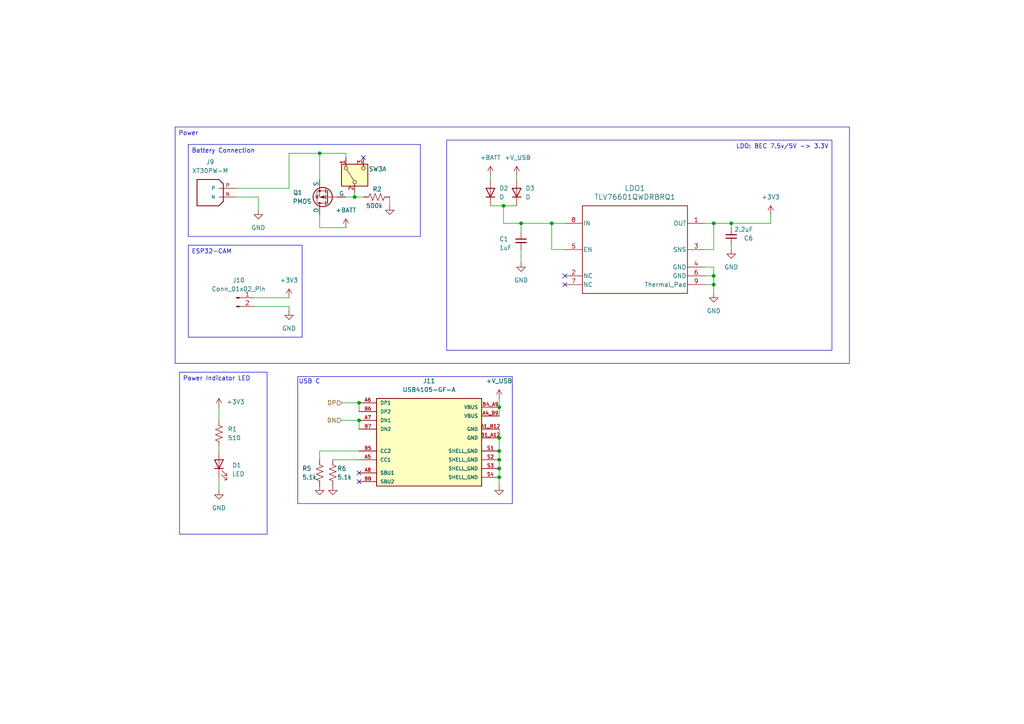
<source format=kicad_sch>
(kicad_sch (version 20231120) (generator "eeschema") (generator_version "8.0")
  (paper "A4")
  (lib_symbols
    (symbol "Connector:Conn_01x02_Pin" (pin_names (offset 1.016) hide)
      (property "Reference" "J" (at 0 2.54 0))
      (property "Value" "Conn_01x02_Pin" (at 0 -5.08 0))
      (symbol "Conn_01x02_Pin_1_1"
        (polyline (pts (xy 1.27 -2.54) (xy 0.8636 -2.54)) (stroke (width 0.1524)))
        (polyline (pts (xy 1.27 0) (xy 0.8636 0)) (stroke (width 0.1524)))
        (rectangle (start 0.8636 -2.413) (end 0 -2.667) (stroke (width 0.1524)) (fill (type outline)))
        (rectangle (start 0.8636 0.127) (end 0 -0.127) (stroke (width 0.1524)) (fill (type outline)))
        (pin passive line (at 5.08 0 180) (length 3.81) (name "Pin_1") (number "1"))
        (pin passive line (at 5.08 -2.54 180) (length 3.81) (name "Pin_2") (number "2"))
      )
    )
    (symbol "Custom Symbols:USB4105-GF-A" (pin_names (offset 1.016))
      (property "Reference" "J" (at -13.97 13.97 0))
      (property "Value" "USB4105-GF-A" (at -15.24 -15.24 0))
      (symbol "USB4105-GF-A_0_0"
        (rectangle (start -15.24 12.7) (end 15.24 -12.7) (stroke (width 0.254)) (fill (type background)))
        (pin power_in line (at 20.32 3.81 180) (length 5.08) (name "GND") (number "A1_B12"))
        (pin power_in line (at 20.32 7.62 180) (length 5.08) (name "VBUS") (number "A4_B9"))
        (pin bidirectional line (at -20.32 -5.08 0) (length 5.08) (name "CC1") (number "A5"))
        (pin bidirectional line (at -20.32 11.43 0) (length 5.08) (name "DP1") (number "A6"))
        (pin bidirectional line (at -20.32 6.35 0) (length 5.08) (name "DN1") (number "A7"))
        (pin bidirectional line (at -20.32 -8.89 0) (length 5.08) (name "SBU1") (number "A8"))
        (pin power_in line (at 20.32 1.27 180) (length 5.08) (name "GND") (number "B1_A12"))
        (pin power_in line (at 20.32 10.16 180) (length 5.08) (name "VBUS") (number "B4_A9"))
        (pin bidirectional line (at -20.32 -2.54 0) (length 5.08) (name "CC2") (number "B5"))
        (pin bidirectional line (at -20.32 8.89 0) (length 5.08) (name "DP2") (number "B6"))
        (pin bidirectional line (at -20.32 3.81 0) (length 5.08) (name "DN2") (number "B7"))
        (pin bidirectional line (at -20.32 -11.43 0) (length 5.08) (name "SBU2") (number "B8"))
        (pin power_in line (at 20.32 -2.54 180) (length 5.08) (name "SHELL_GND") (number "S1"))
        (pin power_in line (at 20.32 -5.08 180) (length 5.08) (name "SHELL_GND") (number "S2"))
        (pin power_in line (at 20.32 -7.62 180) (length 5.08) (name "SHELL_GND") (number "S3"))
        (pin power_in line (at 20.32 -10.16 180) (length 5.08) (name "SHELL_GND") (number "S4"))
      )
    )
    (symbol "Device:C_Small" (pin_numbers hide) (pin_names (offset 0.254) hide)
      (property "Reference" "C" (at 0.254 1.778 0))
      (property "Value" "C_Small" (at 0.254 -2.032 0))
      (symbol "C_Small_0_1"
        (polyline (pts (xy -1.524 -0.508) (xy 1.524 -0.508)) (stroke (width 0.3302)))
        (polyline (pts (xy -1.524 0.508) (xy 1.524 0.508)) (stroke (width 0.3048)))
      )
      (symbol "C_Small_1_1"
        (pin passive line (at 0 2.54 270) (length 2.032) (name "~") (number "1"))
        (pin passive line (at 0 -2.54 90) (length 2.032) (name "~") (number "2"))
      )
    )
    (symbol "Device:D" (pin_numbers hide) (pin_names (offset 1.016) hide)
      (property "Reference" "D" (at 0 2.54 0))
      (property "Value" "D" (at 0 -2.54 0))
      (symbol "D_0_1"
        (polyline (pts (xy -1.27 1.27) (xy -1.27 -1.27)) (stroke (width 0.254)))
        (polyline (pts (xy 1.27 0) (xy -1.27 0)))
        (polyline (pts (xy 1.27 1.27) (xy 1.27 -1.27) (xy -1.27 0) (xy 1.27 1.27)) (stroke (width 0.254)))
      )
      (symbol "D_1_1"
        (pin passive line (at -3.81 0 0) (length 2.54) (name "K") (number "1"))
        (pin passive line (at 3.81 0 180) (length 2.54) (name "A") (number "2"))
      )
    )
    (symbol "Device:LED" (pin_numbers hide) (pin_names (offset 1.016) hide)
      (property "Reference" "D" (at 0 2.54 0))
      (property "Value" "LED" (at 0 -2.54 0))
      (symbol "LED_0_1"
        (polyline (pts (xy -1.27 -1.27) (xy -1.27 1.27)) (stroke (width 0.254)))
        (polyline (pts (xy -1.27 0) (xy 1.27 0)))
        (polyline (pts (xy 1.27 -1.27) (xy 1.27 1.27) (xy -1.27 0) (xy 1.27 -1.27)) (stroke (width 0.254)))
        (polyline (pts (xy -3.048 -0.762) (xy -4.572 -2.286) (xy -3.81 -2.286) (xy -4.572 -2.286) (xy -4.572 -1.524)))
        (polyline (pts (xy -1.778 -0.762) (xy -3.302 -2.286) (xy -2.54 -2.286) (xy -3.302 -2.286) (xy -3.302 -1.524)))
      )
      (symbol "LED_1_1"
        (pin passive line (at -3.81 0 0) (length 2.54) (name "K") (number "1"))
        (pin passive line (at 3.81 0 180) (length 2.54) (name "A") (number "2"))
      )
    )
    (symbol "Device:R_US" (pin_numbers hide) (pin_names (offset 0))
      (property "Reference" "R" (at 2.54 0 90))
      (property "Value" "R_US" (at -2.54 0 90))
      (symbol "R_US_0_1"
        (polyline (pts (xy 0 -2.286) (xy 0 -2.54)))
        (polyline (pts (xy 0 2.286) (xy 0 2.54)))
        (polyline (pts (xy 0 -0.762) (xy 1.016 -1.143) (xy 0 -1.524) (xy -1.016 -1.905) (xy 0 -2.286)))
        (polyline (pts (xy 0 0.762) (xy 1.016 0.381) (xy 0 0) (xy -1.016 -0.381) (xy 0 -0.762)))
        (polyline (pts (xy 0 2.286) (xy 1.016 1.905) (xy 0 1.524) (xy -1.016 1.143) (xy 0 0.762)))
      )
      (symbol "R_US_1_1"
        (pin passive line (at 0 3.81 270) (length 1.27) (name "~") (number "1"))
        (pin passive line (at 0 -3.81 90) (length 1.27) (name "~") (number "2"))
      )
    )
    (symbol "Simulation_SPICE:PMOS" (pin_numbers hide) (pin_names (offset 0))
      (property "Reference" "Q1" (at 8.89 -1.27 0))
      (property "Value" "PMOS" (at 7.62 1.27 0))
      (symbol "PMOS_0_1"
        (polyline (pts (xy 0.254 0) (xy -2.54 0)))
        (polyline (pts (xy 0.254 1.905) (xy 0.254 -1.905)) (stroke (width 0.254)))
        (polyline (pts (xy 0.762 -1.27) (xy 0.762 -2.286)) (stroke (width 0.254)))
        (polyline (pts (xy 0.762 0.508) (xy 0.762 -0.508)) (stroke (width 0.254)))
        (polyline (pts (xy 0.762 2.286) (xy 0.762 1.27)) (stroke (width 0.254)))
        (polyline (pts (xy 2.54 2.54) (xy 2.54 1.778)))
        (polyline (pts (xy 2.54 -2.54) (xy 2.54 0) (xy 0.762 0)))
        (polyline (pts (xy 0.762 1.778) (xy 3.302 1.778) (xy 3.302 -1.778) (xy 0.762 -1.778)))
        (polyline (pts (xy 2.286 0) (xy 1.27 0.381) (xy 1.27 -0.381) (xy 2.286 0)) (fill (type outline)))
        (polyline (pts (xy 2.794 -0.508) (xy 2.921 -0.381) (xy 3.683 -0.381) (xy 3.81 -0.254)))
        (polyline (pts (xy 3.302 -0.381) (xy 2.921 0.254) (xy 3.683 0.254) (xy 3.302 -0.381)))
        (circle (center 1.651 0) (radius 2.794) (stroke (width 0.254)))
        (circle (center 2.54 -1.778) (radius 0.254) (fill (type outline)))
        (circle (center 2.54 1.778) (radius 0.254) (fill (type outline)))
      )
      (symbol "PMOS_1_0"
        (pin passive line (at -5.08 0 0) (length 2.54) (name "G") (number "4"))
        (pin passive line (at 2.54 5.08 270) (length 2.54) (name "D") (number "5"))
      )
      (symbol "PMOS_1_1"
        (pin input line (at 2.54 -5.08 90) (length 2.54) hide (name "S") (number "1"))
        (pin passive line (at 2.54 -5.08 90) (length 2.54) hide (name "S") (number "2"))
        (pin passive line (at 2.54 -5.08 90) (length 2.54) (name "S") (number "3"))
      )
    )
    (symbol "Switch:SW_DPDT_x2" (pin_names (offset 0) hide)
      (property "Reference" "SW" (at 0 5.08 0))
      (property "Value" "SW_DPDT_x2" (at 0 -5.08 0))
      (symbol "SW_DPDT_x2_0_0"
        (circle (center -2.032 0) (radius 0.508))
        (circle (center 2.032 -2.54) (radius 0.508))
      )
      (symbol "SW_DPDT_x2_0_1"
        (rectangle (start -3.175 3.81) (end 3.175 -3.81) (stroke (width 0.254)) (fill (type background)))
        (polyline (pts (xy -1.524 0.254) (xy 1.5748 2.286)))
        (circle (center 2.032 2.54) (radius 0.508))
      )
      (symbol "SW_DPDT_x2_1_1"
        (pin passive line (at 5.08 2.54 180) (length 2.54) (name "A") (number "1"))
        (pin passive line (at -5.08 0 0) (length 2.54) (name "B") (number "2"))
        (pin passive line (at 5.08 -2.54 180) (length 2.54) (name "C") (number "3"))
      )
      (symbol "SW_DPDT_x2_2_1"
        (pin passive line (at 5.08 2.54 180) (length 2.54) (name "A") (number "4"))
        (pin passive line (at -5.08 0 0) (length 2.54) (name "B") (number "5"))
        (pin passive line (at 5.08 -2.54 180) (length 2.54) (name "C") (number "6"))
      )
    )
    (symbol "TLV6601:TLV76601QWDRBRQ1" (pin_names (offset 0.254))
      (property "Reference" "U" (at 0 2.54 0))
      (property "Value" "TLV76601QWDRBRQ1" (at 0 0 0))
      (symbol "TLV76601QWDRBRQ1_0_1"
        (polyline (pts (xy 5.08 -20.32) (xy 35.56 -20.32)) (stroke (width 0.2032)))
        (polyline (pts (xy 5.08 5.08) (xy 5.08 -20.32)) (stroke (width 0.2032)))
        (polyline (pts (xy 35.56 -20.32) (xy 35.56 5.08)) (stroke (width 0.2032)))
        (polyline (pts (xy 35.56 5.08) (xy 5.08 5.08)) (stroke (width 0.2032)))
        (pin power_in line (at 40.64 0 180) (length 5.08) (name "OUT") (number "1"))
        (pin unspecified line (at 0 -15.24 0) (length 5.08) (name "NC") (number "2"))
        (pin unspecified line (at 40.64 -7.62 180) (length 5.08) (name "SNS") (number "3"))
        (pin power_in line (at 40.64 -12.7 180) (length 5.08) (name "GND") (number "4"))
        (pin input line (at 0 -7.62 0) (length 5.08) (name "EN") (number "5"))
        (pin power_in line (at 40.64 -15.24 180) (length 5.08) (name "GND") (number "6"))
        (pin unspecified line (at 0 -17.78 0) (length 5.08) (name "NC") (number "7"))
        (pin power_in line (at 0 0 0) (length 5.08) (name "IN") (number "8"))
        (pin unspecified line (at 40.64 -17.78 180) (length 5.08) (name "Thermal_Pad") (number "9"))
      )
    )
    (symbol "XT30PW-M:XT30PW-M" (pin_names (offset 1.016))
      (property "Reference" "J" (at -7.62 3.302 0))
      (property "Value" "XT30PW-M" (at -7.62 -7.62 0))
      (symbol "XT30PW-M_0_0"
        (polyline (pts (xy -7.62 -5.08) (xy -7.62 2.54)) (stroke (width 0.254)))
        (polyline (pts (xy -7.62 2.54) (xy -1.27 2.54)) (stroke (width 0.254)))
        (polyline (pts (xy -1.27 -5.08) (xy -7.62 -5.08)) (stroke (width 0.254)))
        (polyline (pts (xy 0 -3.81) (xy -1.27 -5.08)) (stroke (width 0.254)))
        (polyline (pts (xy 0 0) (xy 0 -3.81)) (stroke (width 0.254)))
        (polyline (pts (xy 0 1.27) (xy -1.27 2.54)) (stroke (width 0.254)))
        (polyline (pts (xy 0 1.27) (xy 0 0)) (stroke (width 0.254)))
      )
      (symbol "XT30PW-M_1_0"
        (pin power_in line (at 3.81 -2.54 180) (length 5.08) (name "N") (number "N"))
        (pin power_in line (at 3.81 0 180) (length 5.08) (name "P") (number "P"))
      )
      (symbol "XT30PW-M_1_1"
        (pin unspecified line (at -10.16 0 0) (length 2.54) hide (name "S1") (number "S1"))
        (pin unspecified line (at -10.16 -2.54 0) (length 2.54) hide (name "S2") (number "S2"))
      )
    )
    (symbol "power:+12V" (power) (pin_names (offset 0))
      (property "Value" "+12V" (at 0 3.556 0))
      (symbol "+12V_0_1"
        (polyline (pts (xy -0.762 1.27) (xy 0 2.54)))
        (polyline (pts (xy 0 0) (xy 0 2.54)))
        (polyline (pts (xy 0 2.54) (xy 0.762 1.27)))
      )
      (symbol "+12V_1_1"
        (pin power_in line (at 0 0 90) (length 0) hide (name "+12V") (number "1"))
      )
    )
    (symbol "power:+3V3" (power) (pin_numbers hide) (pin_names (offset 0) hide)
      (property "Value" "+3V3" (at 0 3.556 0))
      (symbol "+3V3_0_1"
        (polyline (pts (xy -0.762 1.27) (xy 0 2.54)))
        (polyline (pts (xy 0 0) (xy 0 2.54)))
        (polyline (pts (xy 0 2.54) (xy 0.762 1.27)))
      )
      (symbol "+3V3_1_1"
        (pin power_in line (at 0 0 90) (length 0) (name "~") (number "1"))
      )
    )
    (symbol "power:+5V" (power) (pin_numbers hide) (pin_names (offset 0) hide)
      (property "Value" "+5V" (at 0 3.556 0))
      (symbol "+5V_0_1"
        (polyline (pts (xy -0.762 1.27) (xy 0 2.54)))
        (polyline (pts (xy 0 0) (xy 0 2.54)))
        (polyline (pts (xy 0 2.54) (xy 0.762 1.27)))
      )
      (symbol "+5V_1_1"
        (pin power_in line (at 0 0 90) (length 0) (name "~") (number "1"))
      )
    )
    (symbol "power:+7.5V" (power) (pin_numbers hide) (pin_names (offset 0) hide)
      (property "Value" "+7.5V" (at 0 3.556 0))
      (symbol "+7.5V_0_1"
        (polyline (pts (xy -0.762 1.27) (xy 0 2.54)))
        (polyline (pts (xy 0 0) (xy 0 2.54)))
        (polyline (pts (xy 0 2.54) (xy 0.762 1.27)))
      )
      (symbol "+7.5V_1_1"
        (pin power_in line (at 0 0 90) (length 0) (name "~") (number "1"))
      )
    )
    (symbol "power:+BATT" (power) (pin_numbers hide) (pin_names (offset 0) hide)
      (property "Value" "+BATT" (at 0 3.556 0))
      (symbol "+BATT_0_1"
        (polyline (pts (xy -0.762 1.27) (xy 0 2.54)))
        (polyline (pts (xy 0 0) (xy 0 2.54)))
        (polyline (pts (xy 0 2.54) (xy 0.762 1.27)))
      )
      (symbol "+BATT_1_1"
        (pin power_in line (at 0 0 90) (length 0) (name "~") (number "1"))
      )
    )
    (symbol "power:GND" (power) (pin_numbers hide) (pin_names (offset 0) hide)
      (property "Value" "GND" (at 0 -3.81 0))
      (symbol "GND_0_1"
        (polyline (pts (xy 0 0) (xy 0 -1.27) (xy 1.27 -1.27) (xy 0 -2.54) (xy -1.27 -1.27) (xy 0 -1.27)))
      )
      (symbol "GND_1_1"
        (pin power_in line (at 0 0 270) (length 0) (name "~") (number "1"))
      )
    )
    (symbol "power:VBUS" (power) (pin_numbers hide) (pin_names (offset 0) hide)
      (property "Value" "VBUS" (at 0 3.556 0))
      (symbol "VBUS_0_1"
        (polyline (pts (xy -0.762 1.27) (xy 0 2.54)))
        (polyline (pts (xy 0 0) (xy 0 2.54)))
        (polyline (pts (xy 0 2.54) (xy 0.762 1.27)))
      )
      (symbol "VBUS_1_1"
        (pin power_in line (at 0 0 90) (length 0) (name "~") (number "1"))
      )
    )
  )
  (junction (at 207.01 80.01))
  (junction (at 104.14 116.84))
  (junction (at 144.78 138.43))
  (junction (at 207.01 82.55))
  (junction (at 146.05 59.69))
  (junction (at 144.78 135.89))
  (junction (at 207.01 64.77))
  (junction (at 144.78 118.11))
  (junction (at 144.78 130.81))
  (junction (at 92.71 44.45))
  (junction (at 212.09 64.77))
  (junction (at 144.78 133.35))
  (junction (at 144.78 127))
  (junction (at 151.13 64.77))
  (junction (at 160.02 64.77))
  (junction (at 102.87 57.15))
  (junction (at 104.14 121.92))
  (no_connect (at 104.14 139.7))
  (no_connect (at 105.41 45.72))
  (no_connect (at 163.83 80.01))
  (no_connect (at 104.14 137.16))
  (no_connect (at 163.83 82.55))
  (wire (pts (xy 142.24 59.69) (xy 146.05 59.69)))
  (wire (pts (xy 144.78 135.89) (xy 144.78 138.43)))
  (wire (pts (xy 146.05 64.77) (xy 151.13 64.77)))
  (wire (pts (xy 83.82 88.9) (xy 83.82 90.17)))
  (wire (pts (xy 144.78 124.46) (xy 144.78 127)))
  (wire (pts (xy 212.09 64.77) (xy 212.09 66.04)))
  (wire (pts (xy 92.71 66.04) (xy 92.71 62.23)))
  (wire (pts (xy 102.87 57.15) (xy 105.41 57.15)))
  (wire (pts (xy 212.09 64.77) (xy 207.01 64.77)))
  (wire (pts (xy 92.71 133.35) (xy 92.71 130.81)))
  (wire (pts (xy 63.5 118.11) (xy 63.5 121.92)))
  (wire (pts (xy 204.47 80.01) (xy 207.01 80.01)))
  (wire (pts (xy 92.71 44.45) (xy 100.33 44.45)))
  (wire (pts (xy 104.14 121.92) (xy 104.14 124.46)))
  (wire (pts (xy 73.66 86.36) (xy 83.82 86.36)))
  (wire (pts (xy 212.09 71.12) (xy 212.09 72.39)))
  (wire (pts (xy 207.01 80.01) (xy 207.01 77.47)))
  (wire (pts (xy 204.47 82.55) (xy 207.01 82.55)))
  (wire (pts (xy 207.01 64.77) (xy 204.47 64.77)))
  (wire (pts (xy 74.93 57.15) (xy 74.93 60.96)))
  (wire (pts (xy 207.01 85.09) (xy 207.01 82.55)))
  (wire (pts (xy 204.47 72.39) (xy 207.01 72.39)))
  (wire (pts (xy 102.87 57.15) (xy 100.33 57.15)))
  (wire (pts (xy 144.78 138.43) (xy 144.78 140.97)))
  (wire (pts (xy 63.5 138.43) (xy 63.5 142.24)))
  (wire (pts (xy 73.66 88.9) (xy 83.82 88.9)))
  (wire (pts (xy 83.82 44.45) (xy 92.71 44.45)))
  (wire (pts (xy 99.06 121.92) (xy 104.14 121.92)))
  (wire (pts (xy 149.86 50.8) (xy 149.86 52.07)))
  (wire (pts (xy 83.82 54.61) (xy 83.82 44.45)))
  (wire (pts (xy 113.03 57.15) (xy 113.03 59.69)))
  (wire (pts (xy 99.06 116.84) (xy 104.14 116.84)))
  (wire (pts (xy 142.24 50.8) (xy 142.24 52.07)))
  (wire (pts (xy 96.52 133.35) (xy 104.14 133.35)))
  (wire (pts (xy 144.78 127) (xy 144.78 130.81)))
  (wire (pts (xy 207.01 77.47) (xy 204.47 77.47)))
  (wire (pts (xy 207.01 72.39) (xy 207.01 64.77)))
  (wire (pts (xy 146.05 59.69) (xy 149.86 59.69)))
  (wire (pts (xy 68.58 54.61) (xy 83.82 54.61)))
  (wire (pts (xy 63.5 129.54) (xy 63.5 130.81)))
  (wire (pts (xy 102.87 55.88) (xy 102.87 57.15)))
  (wire (pts (xy 144.78 118.11) (xy 144.78 120.65)))
  (wire (pts (xy 92.71 66.04) (xy 100.33 66.04)))
  (wire (pts (xy 104.14 116.84) (xy 104.14 119.38)))
  (wire (pts (xy 160.02 64.77) (xy 163.83 64.77)))
  (wire (pts (xy 146.05 59.69) (xy 146.05 64.77)))
  (wire (pts (xy 92.71 44.45) (xy 92.71 52.07)))
  (wire (pts (xy 151.13 64.77) (xy 160.02 64.77)))
  (wire (pts (xy 207.01 82.55) (xy 207.01 80.01)))
  (wire (pts (xy 100.33 44.45) (xy 100.33 45.72)))
  (wire (pts (xy 144.78 130.81) (xy 144.78 133.35)))
  (wire (pts (xy 223.52 64.77) (xy 223.52 62.23)))
  (wire (pts (xy 151.13 72.39) (xy 151.13 76.2)))
  (wire (pts (xy 68.58 57.15) (xy 74.93 57.15)))
  (wire (pts (xy 144.78 133.35) (xy 144.78 135.89)))
  (wire (pts (xy 223.52 64.77) (xy 212.09 64.77)))
  (wire (pts (xy 151.13 67.31) (xy 151.13 64.77)))
  (wire (pts (xy 160.02 64.77) (xy 160.02 72.39)))
  (wire (pts (xy 144.78 115.57) (xy 144.78 118.11)))
  (wire (pts (xy 92.71 130.81) (xy 104.14 130.81)))
  (wire (pts (xy 160.02 72.39) (xy 163.83 72.39)))
  (rectangle (start 86.36 109.22) (end 148.59 146.05))
  (text_box "LDO: BEC 7.5v/5V -> 3.3V\n" (at 129.54 40.64 0) (size 111.76 60.96) (effects (font (size 1.27 1.27)) (justify right top)))
  (text_box "ESP32-CAM\n" (at 54.61 71.12 0) (size 33.02 26.67) (effects (font (size 1.27 1.27)) (justify left top)))
  (text_box "Battery Connection \n" (at 54.61 41.91 0) (size 67.31 26.67) (effects (font (size 1.27 1.27)) (justify left top)))
  (text_box "Power Indicator LED" (at 52.07 107.95 0) (size 25.4 46.99) (effects (font (size 1.27 1.27)) (justify left top)))
  (text_box "Power" (at 50.8 36.83 0) (size 195.58 68.58) (effects (font (size 1.27 1.27)) (justify left top)))
  (text "USB C" (at 86.614 111.506 0) (effects (font (size 1.27 1.27)) (justify left bottom)))
  (hierarchical_label "DN" (shape input) (at 99.06 121.92 180))
  (hierarchical_label "DP" (shape input) (at 99.06 116.84 180))
  (symbol (lib_id "Device:R_US") (at 92.71 137.16 0) (unit 1)
    (property "Reference" "R5" (at 87.63 135.89 0) (effects (justify left)))
    (property "Value" "5.1k" (at 87.63 138.43 0) (effects (justify left)))
    (property "Footprint" "Resistor_SMD:R_0805_2012Metric" (effects (hide yes)))
    (property "MANUFACTURER" "ERA-2AED512X" (effects (hide yes)))
  )
  (symbol (lib_id "Connector:Conn_01x02_Pin") (at 68.58 86.36 0) (unit 1)
    (property "Reference" "J10" (at 69.215 81.28 0))
    (property "Value" "Conn_01x02_Pin" (at 69.215 83.82 0))
    (property "Footprint" "Connector_PinHeader_2.54mm:PinHeader_1x02_P2.54mm_Horizontal" (effects (hide yes)))
    (property "Description" "Generic connector, single row, 01x02, script generated" (effects (hide yes)))
    (property "MANUFACTURER" "-" (effects (hide yes)))
  )
  (symbol (lib_id "power:GND") (at 83.82 90.17 0) (unit 1)
    (property "Reference" "#PWR024" (effects (hide yes)))
    (property "Value" "GND" (at 83.82 95.25 0))
    (property "Description" "Power symbol creates a global label with name \"GND\" , ground" (effects (hide yes)))
  )
  (symbol (lib_id "power:GND") (at 144.78 140.97 0) (unit 1)
    (property "Reference" "#PWR036" (effects (hide yes)))
    (property "Value" "GND" (effects (hide yes)))
  )
  (symbol (lib_id "Device:C_Small") (at 151.13 69.85 0) (unit 1)
    (property "Reference" "C1" (at 144.78 69.342 0) (effects (justify left)))
    (property "Value" "1uF" (at 144.78 71.882 0) (effects (justify left)))
    (property "Footprint" "Capacitor_SMD:C_0805_2012Metric" (effects (hide yes)))
    (property "Description" "Unpolarized capacitor, small symbol" (effects (hide yes)))
    (property "MANUFACTURER" " 581-KAF21KR71E105KU " (effects (hide yes)))
  )
  (symbol (lib_id "power:+7.5V") (at 83.82 86.36 0) (unit 1)
    (property "Reference" "#PWR023" (effects (hide yes)))
    (property "Value" "+3V3" (at 83.82 81.28 0))
    (property "Description" "Power symbol creates a global label with name \"+7.5V\"" (effects (hide yes)))
  )
  (symbol (lib_id "power:VBUS") (at 144.78 115.57 0) (unit 1)
    (property "Reference" "#PWR035" (effects (hide yes)))
    (property "Value" "+V_USB" (at 144.78 110.49 0))
    (property "Description" "Power symbol creates a global label with name \"VBUS\"" (effects (hide yes)))
  )
  (symbol (lib_id "XT30PW-M:XT30PW-M") (at 64.77 54.61 0) (unit 1)
    (property "Reference" "J9" (at 60.96 46.99 0))
    (property "Value" "XT30PW-M" (at 60.96 49.53 0))
    (property "Footprint" "XT30PW-M:AMASS_XT30PW-M" (effects (hide yes)))
    (property "MF" "AMASS" (effects (hide yes)))
    (property "MAXIMUM_PACKAGE_HEIGHT" "5 mm" (effects (hide yes)))
    (property "Package" "None" (effects (hide yes)))
    (property "Price" "None" (effects (hide yes)))
    (property "Check_prices" "https://www.snapeda.com/parts/XT30PW-M/AMASS/view-part/?ref=eda" (effects (hide yes)))
    (property "STANDARD" "Manufacturer Recommendations" (effects (hide yes)))
    (property "PARTREV" "1.2" (effects (hide yes)))
    (property "SnapEDA_Link" "https://www.snapeda.com/parts/XT30PW-M/AMASS/view-part/?ref=snap" (effects (hide yes)))
    (property "MP" "XT30PW-M" (effects (hide yes)))
    (property "Description_1" "\nSocket; DC supply; XT30; male; PIN: 2; on PCBs; THT; Colour: yellow\n" (effects (hide yes)))
    (property "MANUFACTURER" "Amass" (effects (hide yes)))
    (property "Availability" "Not in stock" (effects (hide yes)))
    (property "SNAPEDA_PN" "XT30PW-M" (effects (hide yes)))
  )
  (symbol (lib_id "Device:C_Small") (at 212.09 68.58 180) (unit 1)
    (property "Reference" "C6" (at 218.44 69.088 0) (effects (justify left)))
    (property "Value" "2.2uF" (at 218.44 66.548 0) (effects (justify left)))
    (property "Footprint" "Capacitor_SMD:C_0805_2012Metric" (effects (hide yes)))
    (property "Description" "Unpolarized capacitor, small symbol" (effects (hide yes)))
    (property "MANUFACTURER" " 581-KAF21KR71E225KU " (effects (hide yes)))
  )
  (symbol (lib_id "Switch:SW_DPDT_x2") (at 102.87 50.8 90) (unit 1)
    (property "Reference" "SW3" (at 106.934 49.022 90) (effects (justify right)))
    (property "Value" "SW_Nidec_CAS-120A1" (effects (hide yes)))
    (property "Footprint" "Button_Switch_SMD:SW_DPDT_CK_JS202011JCQN" (effects (hide yes)))
    (property "Description" "Switch, dual pole double throw, separate symbols" (effects (hide yes)))
    (property "MANUFACTURER" "CKN10723CT-ND" (effects (hide yes)))
  )
  (symbol (lib_id "power:GND") (at 113.03 59.69 0) (unit 1)
    (property "Reference" "#PWR026" (effects (hide yes)))
    (property "Value" "GND" (effects (hide yes)))
  )
  (symbol (lib_id "Device:D") (at 142.24 55.88 90) (unit 1)
    (property "Reference" "D2" (at 144.78 54.6099 90) (effects (justify right)))
    (property "Value" "D" (at 144.78 57.1499 90) (effects (justify right)))
    (property "Footprint" "Diode_SMD:D_SOD-123F" (effects (hide yes)))
    (property "Description" "Diode" (effects (hide yes)))
    (property "Sim.Device" "D" (effects (hide yes)))
    (property "Sim.Pins" "1=K 2=A" (effects (hide yes)))
    (property "MANUFACTURER" "RB168MM-30TR" (effects (hide yes)))
  )
  (symbol (lib_id "power:+BATT") (at 142.24 50.8 0) (unit 1)
    (property "Reference" "#PWR027" (effects (hide yes)))
    (property "Value" "+BATT" (at 142.24 45.72 0))
    (property "Description" "Power symbol creates a global label with name \"+BATT\"" (effects (hide yes)))
  )
  (symbol (lib_id "Device:LED") (at 63.5 134.62 90) (unit 1)
    (property "Reference" "D1" (at 67.31 134.9374 90) (effects (justify right)))
    (property "Value" "LED" (at 67.31 137.4774 90) (effects (justify right)))
    (property "Footprint" "LED_SMD:LED_0603_1608Metric" (effects (hide yes)))
    (property "Description" "Light emitting diode" (effects (hide yes)))
    (property "MANUFACTURER" "CSL1101WBCW1 " (effects (hide yes)))
  )
  (symbol (lib_id "power:GND") (at 63.5 142.24 0) (unit 1)
    (property "Reference" "#PWR021" (effects (hide yes)))
    (property "Value" "GND" (at 63.5 147.32 0))
    (property "Description" "Power symbol creates a global label with name \"GND\" , ground" (effects (hide yes)))
  )
  (symbol (lib_id "power:+12V") (at 100.33 66.04 0) (unit 1)
    (property "Reference" "#PWR025" (effects (hide yes)))
    (property "Value" "+BATT" (at 100.33 60.96 0))
  )
  (symbol (lib_id "power:GND") (at 74.93 60.96 0) (unit 1)
    (property "Reference" "#PWR022" (effects (hide yes)))
    (property "Value" "GND" (at 74.93 66.04 0))
    (property "Description" "Power symbol creates a global label with name \"GND\" , ground" (effects (hide yes)))
  )
  (symbol (lib_id "power:GND") (at 96.52 140.97 0) (unit 1)
    (property "Reference" "#PWR034" (effects (hide yes)))
    (property "Value" "GND" (effects (hide yes)))
  )
  (symbol (lib_id "power:GND") (at 212.09 72.39 0) (unit 1)
    (property "Reference" "#PWR031" (effects (hide yes)))
    (property "Value" "GND" (at 212.09 77.47 0))
    (property "Description" "Power symbol creates a global label with name \"GND\" , ground" (effects (hide yes)))
  )
  (symbol (lib_id "power:+3V3") (at 223.52 62.23 0) (unit 1)
    (property "Reference" "#PWR032" (effects (hide yes)))
    (property "Value" "+3V3" (at 223.52 57.15 0))
    (property "Description" "Power symbol creates a global label with name \"+3V3\"" (effects (hide yes)))
  )
  (symbol (lib_id "Simulation_SPICE:PMOS") (at 95.25 57.15 180) (unit 1)
    (property "Reference" "Q1" (at 86.36 55.88 0))
    (property "Value" "PMOS" (at 87.63 58.42 0))
    (property "Footprint" "Package_SO:PowerPAK_SO-8_Single" (effects (hide yes)))
    (property "Datasheet" "https://ngspice.sourceforge.io/docs/ngspice-manual.pdf" (effects (hide yes)))
    (property "Sim.Device" "PMOS" (effects (hide yes)))
    (property "Sim.Type" "VDMOS" (effects (hide yes)))
    (property "Sim.Pins" "1=D 2=G 3=S" (effects (hide yes)))
    (property "MANUFACTURER" " 781-SI7617DN-GE3 " (effects (hide yes)))
  )
  (symbol (lib_id "power:GND") (at 151.13 76.2 0) (unit 1)
    (property "Reference" "#PWR029" (effects (hide yes)))
    (property "Value" "GND" (at 151.13 81.28 0))
    (property "Description" "Power symbol creates a global label with name \"GND\" , ground" (effects (hide yes)))
  )
  (symbol (lib_id "Custom Symbols:USB4105-GF-A") (at 124.46 128.27 0) (unit 1)
    (property "Reference" "J11" (at 124.46 110.49 0))
    (property "Value" "USB4105-GF-A" (at 124.46 113.03 0))
    (property "Footprint" "USB4105-GF-A-Footprint:GCT_USB4105-GF-A" (effects (hide yes)))
    (property "PARTREV" "A3" (effects (hide yes)))
    (property "STANDARD" "Manufacturer Recommendations" (effects (hide yes)))
    (property "MAXIMUM_PACKAGE_HEIGHT" "3.31 mm" (effects (hide yes)))
    (property "MANUFACTURER" "USB4105-GF-A" (effects (hide yes)))
  )
  (symbol (lib_id "power:+3V3") (at 63.5 118.11 0) (unit 1)
    (property "Reference" "#PWR020" (effects (hide yes)))
    (property "Value" "+3V3" (at 68.326 116.586 0))
    (property "Description" "Power symbol creates a global label with name \"+3V3\"" (effects (hide yes)))
  )
  (symbol (lib_id "Device:R_US") (at 96.52 137.16 0) (unit 1)
    (property "Reference" "R6" (at 97.79 135.89 0) (effects (justify left)))
    (property "Value" "5.1k" (at 97.79 138.43 0) (effects (justify left)))
    (property "Footprint" "Resistor_SMD:R_0805_2012Metric" (effects (hide yes)))
    (property "MANUFACTURER" "ERA-2AED512X" (effects (hide yes)))
  )
  (symbol (lib_id "power:GND") (at 92.71 140.97 0) (unit 1)
    (property "Reference" "#PWR033" (effects (hide yes)))
    (property "Value" "GND" (effects (hide yes)))
  )
  (symbol (lib_id "TLV6601:TLV76601QWDRBRQ1") (at 163.83 64.77 0) (unit 1)
    (property "Reference" "LDO1" (at 184.15 54.61 0) (effects (font (size 1.524 1.524))))
    (property "Value" "TLV76601QWDRBRQ1" (at 184.15 57.15 0) (effects (font (size 1.524 1.524))))
    (property "Footprint" "TLV76601:DRB0008J-IPC_A" (effects (hide yes)))
    (property "Datasheet" "TLV76601QWDRBRQ1" (effects (hide yes)))
    (property "MANUFACTURER" "TLV76633QWDRBRQ1" (effects (hide yes)))
  )
  (symbol (lib_id "Device:D") (at 149.86 55.88 90) (unit 1)
    (property "Reference" "D3" (at 152.4 54.6099 90) (effects (justify right)))
    (property "Value" "D" (at 152.4 57.1499 90) (effects (justify right)))
    (property "Footprint" "Diode_SMD:D_SOD-123F" (effects (hide yes)))
    (property "Description" "Diode" (effects (hide yes)))
    (property "Sim.Device" "D" (effects (hide yes)))
    (property "Sim.Pins" "1=K 2=A" (effects (hide yes)))
    (property "MANUFACTURER" "RB168MM-30TR" (effects (hide yes)))
  )
  (symbol (lib_id "Device:R_US") (at 109.22 57.15 90) (unit 1)
    (property "Reference" "R2" (at 110.744 54.864 90) (effects (justify left)))
    (property "Value" "500k" (at 110.998 59.69 90) (effects (justify left)))
    (property "Footprint" "Resistor_SMD:R_0805_2012Metric" (effects (hide yes)))
    (property "MANUFACTURER" "ERJ-2RKF4993X" (effects (hide yes)))
  )
  (symbol (lib_id "power:+5V") (at 149.86 50.8 0) (unit 1)
    (property "Reference" "#PWR028" (effects (hide yes)))
    (property "Value" "+V_USB" (at 146.304 45.72 0) (effects (justify left)))
    (property "Description" "Power symbol creates a global label with name \"+5V\"" (effects (hide yes)))
  )
  (symbol (lib_id "Device:R_US") (at 63.5 125.73 0) (unit 1)
    (property "Reference" "R1" (at 66.04 124.4599 0) (effects (justify left)))
    (property "Value" "510" (at 66.04 126.9999 0) (effects (justify left)))
    (property "Footprint" "Resistor_SMD:R_0805_2012Metric" (effects (hide yes)))
    (property "Description" "Resistor, US symbol" (effects (hide yes)))
    (property "MANUFACTURER" "UP6F5110V" (effects (hide yes)))
  )
  (symbol (lib_id "power:GND") (at 207.01 85.09 0) (mirror y) (unit 1)
    (property "Reference" "#PWR030" (effects (hide yes)))
    (property "Value" "GND" (at 207.01 90.17 0))
    (property "Description" "Power symbol creates a global label with name \"GND\" , ground" (effects (hide yes)))
  )
)
</source>
